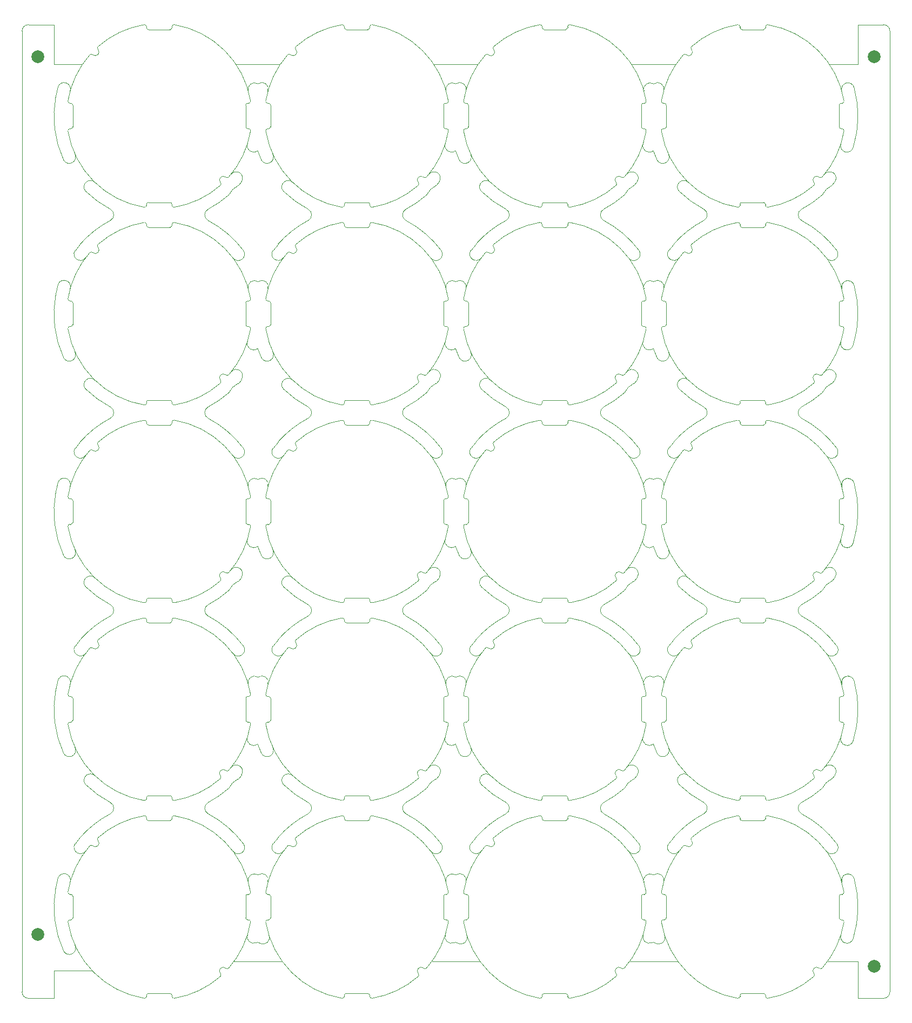
<source format=gko>
*
%FSLAX26Y26*%
%MOIN*%
%ADD10C,0.004000*%
%ADD11C,0.003937*%
%ADD12C,0.078740*%
%IPPOS*%
%LNpz02c05521a0.gko*%
%LPD*%
G75*
G54D10*
X1257858Y185475D02*
G03X1274888Y186205I8165J8530D01*
G03X1409788Y471025I-428428J377274D01*
X1409778Y471015D02*
G03X1398128Y484745I-11662J1912D01*
X1380368Y496555D02*
G03X1392178Y484745I11810J0D01*
Y642225D02*
G03X1380368Y630415I0J-11810D01*
X1398128Y642225D02*
G03X1409778Y655945I-2J11808D01*
X1409788D02*
G03X938918Y1126815I-563330J-92460D01*
Y1126805D02*
G03X925198Y1115155I-1907J-11658D01*
X913388Y1097395D02*
G03X925198Y1109205I0J11810D01*
X767718D02*
G03X779528Y1097395I11810J0D01*
X767718Y1115155D02*
G03X753988Y1126805I-11809J-1D01*
X753998Y1126815D02*
G03X469178Y991915I92456J-563332D01*
G03X468448Y974885I7810J-8865D01*
X435048Y941485D02*
G03X468448Y974885I16330J17070D01*
X435048Y941485D02*
G03X418028Y940755I-8160J-8530D01*
G03X283128Y655945I428427J-377277D01*
G03X294778Y642225I11658J-1907D01*
X312538Y630415D02*
G03X300728Y642225I-11810J0D01*
Y484745D02*
G03X312538Y496555I0J11810D01*
X294778Y484745D02*
G03X283128Y471015I1J-11809D01*
Y471025D02*
G03X753998Y155I563330J92460D01*
X753988D02*
G03X767718Y11805I1912J11662D01*
X779528Y29565D02*
G03X767718Y17755I0J-11810D01*
X925198D02*
G03X913388Y29565I-11810J0D01*
X925198Y11805D02*
G03X938918Y155I11808J2D01*
G03X1223728Y135055I-92467J563327D01*
G03X1224458Y152075I-7810J8861D01*
X1257858Y185475D02*
G03X1224458Y152075I-16330J-17070D01*
X1392178Y484745D02*
G01X1398128D01*
X1380368Y496555D02*
Y630415D01*
X1392178Y642225D02*
X1398128D01*
X925198Y1109205D02*
Y1115155D01*
X779528Y1097395D02*
X913388D01*
X767718Y1109205D02*
Y1115155D01*
X294778Y642225D02*
X300728D01*
X312538Y496555D02*
Y630415D01*
X294778Y484745D02*
X300728D01*
X767718Y11805D02*
Y17755D01*
X779528Y29565D02*
X913388D01*
X925198Y11805D02*
Y17755D01*
X1257858Y1405948D02*
G03X1274888Y1406678I8165J8530D01*
G03X1409788Y1691498I-428428J377274D01*
X1409778Y1691488D02*
G03X1398128Y1705218I-11662J1912D01*
X1380368Y1717028D02*
G03X1392178Y1705218I11810J0D01*
Y1862698D02*
G03X1380368Y1850888I0J-11810D01*
X1398128Y1862698D02*
G03X1409778Y1876418I-2J11808D01*
X1409788D02*
G03X938918Y2347288I-563330J-92460D01*
Y2347278D02*
G03X925198Y2335628I-1907J-11658D01*
X913388Y2317868D02*
G03X925198Y2329678I0J11810D01*
X767718D02*
G03X779528Y2317868I11810J0D01*
X767718Y2335628D02*
G03X753988Y2347278I-11809J-1D01*
X753998Y2347288D02*
G03X469178Y2212388I92456J-563332D01*
G03X468448Y2195358I7810J-8865D01*
X435048Y2161958D02*
G03X468448Y2195358I16330J17070D01*
X435048Y2161958D02*
G03X418028Y2161228I-8160J-8530D01*
G03X283128Y1876418I428427J-377277D01*
G03X294778Y1862698I11658J-1907D01*
X312538Y1850888D02*
G03X300728Y1862698I-11810J0D01*
Y1705218D02*
G03X312538Y1717028I0J11810D01*
X294778Y1705218D02*
G03X283128Y1691488I1J-11809D01*
Y1691498D02*
G03X753998Y1220628I563330J92460D01*
X753988D02*
G03X767718Y1232278I1912J11662D01*
X779528Y1250038D02*
G03X767718Y1238228I0J-11810D01*
X925198D02*
G03X913388Y1250038I-11810J0D01*
X925198Y1232278D02*
G03X938918Y1220628I11808J2D01*
G03X1223728Y1355528I-92467J563327D01*
G03X1224458Y1372548I-7810J8861D01*
X1257858Y1405948D02*
G03X1224458Y1372548I-16330J-17070D01*
X1392178Y1705218D02*
G01X1398128D01*
X1380368Y1717028D02*
Y1850888D01*
X1392178Y1862698D02*
X1398128D01*
X925198Y2329678D02*
Y2335628D01*
X779528Y2317868D02*
X913388D01*
X767718Y2329678D02*
Y2335628D01*
X294778Y1862698D02*
X300728D01*
X312538Y1717028D02*
Y1850888D01*
X294778Y1705218D02*
X300728D01*
X767718Y1232278D02*
Y1238228D01*
X779528Y1250038D02*
X913388D01*
X925198Y1232278D02*
Y1238228D01*
X1257858Y2626420D02*
G03X1274888Y2627150I8165J8530D01*
G03X1409788Y2911970I-428428J377274D01*
X1409778Y2911960D02*
G03X1398128Y2925690I-11662J1912D01*
X1380368Y2937500D02*
G03X1392178Y2925690I11810J0D01*
Y3083170D02*
G03X1380368Y3071360I0J-11810D01*
X1398128Y3083170D02*
G03X1409778Y3096890I-2J11808D01*
X1409788D02*
G03X938918Y3567760I-563330J-92460D01*
Y3567750D02*
G03X925198Y3556100I-1907J-11658D01*
X913388Y3538340D02*
G03X925198Y3550150I0J11810D01*
X767718D02*
G03X779528Y3538340I11810J0D01*
X767718Y3556100D02*
G03X753988Y3567750I-11809J-1D01*
X753998Y3567760D02*
G03X469178Y3432860I92456J-563332D01*
G03X468448Y3415830I7810J-8865D01*
X435048Y3382430D02*
G03X468448Y3415830I16330J17070D01*
X435048Y3382430D02*
G03X418028Y3381700I-8160J-8530D01*
G03X283128Y3096890I428427J-377277D01*
G03X294778Y3083170I11658J-1907D01*
X312538Y3071360D02*
G03X300728Y3083170I-11810J0D01*
Y2925690D02*
G03X312538Y2937500I0J11810D01*
X294778Y2925690D02*
G03X283128Y2911960I1J-11809D01*
Y2911970D02*
G03X753998Y2441100I563330J92460D01*
X753988D02*
G03X767718Y2452750I1912J11662D01*
X779528Y2470510D02*
G03X767718Y2458700I0J-11810D01*
X925198D02*
G03X913388Y2470510I-11810J0D01*
X925198Y2452750D02*
G03X938918Y2441100I11808J2D01*
G03X1223728Y2576000I-92467J563327D01*
G03X1224458Y2593020I-7810J8861D01*
X1257858Y2626420D02*
G03X1224458Y2593020I-16330J-17070D01*
X1392178Y2925690D02*
G01X1398128D01*
X1380368Y2937500D02*
Y3071360D01*
X1392178Y3083170D02*
X1398128D01*
X925198Y3550150D02*
Y3556100D01*
X779528Y3538340D02*
X913388D01*
X767718Y3550150D02*
Y3556100D01*
X294778Y3083170D02*
X300728D01*
X312538Y2937500D02*
Y3071360D01*
X294778Y2925690D02*
X300728D01*
X767718Y2452750D02*
Y2458700D01*
X779528Y2470510D02*
X913388D01*
X925198Y2452750D02*
Y2458700D01*
X1257858Y3846893D02*
G03X1274888Y3847623I8165J8530D01*
G03X1409788Y4132443I-428428J377274D01*
X1409778Y4132433D02*
G03X1398128Y4146163I-11662J1912D01*
X1380368Y4157973D02*
G03X1392178Y4146163I11810J0D01*
Y4303643D02*
G03X1380368Y4291833I0J-11810D01*
X1398128Y4303643D02*
G03X1409778Y4317363I-2J11808D01*
X1409788D02*
G03X938918Y4788233I-563330J-92460D01*
Y4788223D02*
G03X925198Y4776573I-1907J-11658D01*
X913388Y4758813D02*
G03X925198Y4770623I0J11810D01*
X767718D02*
G03X779528Y4758813I11810J0D01*
X767718Y4776573D02*
G03X753988Y4788223I-11809J-1D01*
X753998Y4788233D02*
G03X469178Y4653333I92456J-563332D01*
G03X468448Y4636303I7810J-8865D01*
X435048Y4602903D02*
G03X468448Y4636303I16330J17070D01*
X435048Y4602903D02*
G03X418028Y4602173I-8160J-8530D01*
G03X283128Y4317363I428427J-377277D01*
G03X294778Y4303643I11658J-1907D01*
X312538Y4291833D02*
G03X300728Y4303643I-11810J0D01*
Y4146163D02*
G03X312538Y4157973I0J11810D01*
X294778Y4146163D02*
G03X283128Y4132433I1J-11809D01*
Y4132443D02*
G03X753998Y3661573I563330J92460D01*
X753988D02*
G03X767718Y3673223I1912J11662D01*
X779528Y3690983D02*
G03X767718Y3679173I0J-11810D01*
X925198D02*
G03X913388Y3690983I-11810J0D01*
X925198Y3673223D02*
G03X938918Y3661573I11808J2D01*
G03X1223728Y3796473I-92467J563327D01*
G03X1224458Y3813493I-7810J8861D01*
X1257858Y3846893D02*
G03X1224458Y3813493I-16330J-17070D01*
X1392178Y4146163D02*
G01X1398128D01*
X1380368Y4157973D02*
Y4291833D01*
X1392178Y4303643D02*
X1398128D01*
X925198Y4770623D02*
Y4776573D01*
X779528Y4758813D02*
X913388D01*
X767718Y4770623D02*
Y4776573D01*
X294778Y4303643D02*
X300728D01*
X312538Y4157973D02*
Y4291833D01*
X294778Y4146163D02*
X300728D01*
X767718Y3673223D02*
Y3679173D01*
X779528Y3690983D02*
X913388D01*
X925198Y3673223D02*
Y3679173D01*
X1257858Y5067365D02*
G03X1274888Y5068095I8165J8530D01*
G03X1409788Y5352915I-428428J377274D01*
X1409778Y5352905D02*
G03X1398128Y5366635I-11662J1912D01*
X1380368Y5378445D02*
G03X1392178Y5366635I11810J0D01*
Y5524115D02*
G03X1380368Y5512305I0J-11810D01*
X1398128Y5524115D02*
G03X1409778Y5537835I-2J11808D01*
X1409788D02*
G03X938918Y6008705I-563330J-92460D01*
Y6008695D02*
G03X925198Y5997045I-1907J-11658D01*
X913388Y5979285D02*
G03X925198Y5991095I0J11810D01*
X767718D02*
G03X779528Y5979285I11810J0D01*
X767718Y5997045D02*
G03X753988Y6008695I-11809J-1D01*
X753998Y6008705D02*
G03X469178Y5873805I92456J-563332D01*
G03X468448Y5856775I7810J-8865D01*
X435048Y5823375D02*
G03X468448Y5856775I16330J17070D01*
X435048Y5823375D02*
G03X418028Y5822645I-8160J-8530D01*
G03X283128Y5537835I428427J-377277D01*
G03X294778Y5524115I11658J-1907D01*
X312538Y5512305D02*
G03X300728Y5524115I-11810J0D01*
Y5366635D02*
G03X312538Y5378445I0J11810D01*
X294778Y5366635D02*
G03X283128Y5352905I1J-11809D01*
Y5352915D02*
G03X753998Y4882045I563330J92460D01*
X753988D02*
G03X767718Y4893695I1912J11662D01*
X779528Y4911455D02*
G03X767718Y4899645I0J-11810D01*
X925198D02*
G03X913388Y4911455I-11810J0D01*
X925198Y4893695D02*
G03X938918Y4882045I11808J2D01*
G03X1223728Y5016945I-92467J563327D01*
G03X1224458Y5033965I-7810J8861D01*
X1257858Y5067365D02*
G03X1224458Y5033965I-16330J-17070D01*
X1392178Y5366635D02*
G01X1398128D01*
X1380368Y5378445D02*
Y5512305D01*
X1392178Y5524115D02*
X1398128D01*
X925198Y5991095D02*
Y5997045D01*
X779528Y5979285D02*
X913388D01*
X767718Y5991095D02*
Y5997045D01*
X294778Y5524115D02*
X300728D01*
X312538Y5378445D02*
Y5512305D01*
X294778Y5366635D02*
X300728D01*
X767718Y4893695D02*
Y4899645D01*
X779528Y4911455D02*
X913388D01*
X925198Y4893695D02*
Y4899645D01*
X2478330Y185475D02*
G03X2495360Y186205I8165J8530D01*
G03X2630260Y471025I-428428J377274D01*
X2630250Y471015D02*
G03X2618600Y484745I-11662J1912D01*
X2600840Y496555D02*
G03X2612650Y484745I11810J0D01*
Y642225D02*
G03X2600840Y630415I0J-11810D01*
X2618600Y642225D02*
G03X2630250Y655945I-2J11808D01*
X2630260D02*
G03X2159390Y1126815I-563330J-92460D01*
Y1126805D02*
G03X2145670Y1115155I-1907J-11658D01*
X2133860Y1097395D02*
G03X2145670Y1109205I0J11810D01*
X1988190D02*
G03X2000000Y1097395I11810J0D01*
X1988190Y1115155D02*
G03X1974460Y1126805I-11809J-1D01*
X1974470Y1126815D02*
G03X1689650Y991915I92456J-563332D01*
G03X1688920Y974885I7810J-8865D01*
X1655520Y941485D02*
G03X1688920Y974885I16330J17070D01*
X1655520Y941485D02*
G03X1638500Y940755I-8160J-8530D01*
G03X1503600Y655945I428427J-377277D01*
G03X1515250Y642225I11658J-1907D01*
X1533010Y630415D02*
G03X1521200Y642225I-11810J0D01*
Y484745D02*
G03X1533010Y496555I0J11810D01*
X1515250Y484745D02*
G03X1503600Y471015I1J-11809D01*
Y471025D02*
G03X1974470Y155I563330J92460D01*
X1974460D02*
G03X1988190Y11805I1912J11662D01*
X2000000Y29565D02*
G03X1988190Y17755I0J-11810D01*
X2145670D02*
G03X2133860Y29565I-11810J0D01*
X2145670Y11805D02*
G03X2159390Y155I11808J2D01*
G03X2444200Y135055I-92467J563327D01*
G03X2444930Y152075I-7810J8861D01*
X2478330Y185475D02*
G03X2444930Y152075I-16330J-17070D01*
X2612650Y484745D02*
G01X2618600D01*
X2600840Y496555D02*
Y630415D01*
X2612650Y642225D02*
X2618600D01*
X2145670Y1109205D02*
Y1115155D01*
X2000000Y1097395D02*
X2133860D01*
X1988190Y1109205D02*
Y1115155D01*
X1515250Y642225D02*
X1521200D01*
X1533010Y496555D02*
Y630415D01*
X1515250Y484745D02*
X1521200D01*
X1988190Y11805D02*
Y17755D01*
X2000000Y29565D02*
X2133860D01*
X2145670Y11805D02*
Y17755D01*
X2478330Y1405948D02*
G03X2495360Y1406678I8165J8530D01*
G03X2630260Y1691498I-428428J377274D01*
X2630250Y1691488D02*
G03X2618600Y1705218I-11662J1912D01*
X2600840Y1717028D02*
G03X2612650Y1705218I11810J0D01*
Y1862698D02*
G03X2600840Y1850888I0J-11810D01*
X2618600Y1862698D02*
G03X2630250Y1876418I-2J11808D01*
X2630260D02*
G03X2159390Y2347288I-563330J-92460D01*
Y2347278D02*
G03X2145670Y2335628I-1907J-11658D01*
X2133860Y2317868D02*
G03X2145670Y2329678I0J11810D01*
X1988190D02*
G03X2000000Y2317868I11810J0D01*
X1988190Y2335628D02*
G03X1974460Y2347278I-11809J-1D01*
X1974470Y2347288D02*
G03X1689650Y2212388I92456J-563332D01*
G03X1688920Y2195358I7810J-8865D01*
X1655520Y2161958D02*
G03X1688920Y2195358I16330J17070D01*
X1655520Y2161958D02*
G03X1638500Y2161228I-8160J-8530D01*
G03X1503600Y1876418I428427J-377277D01*
G03X1515250Y1862698I11658J-1907D01*
X1533010Y1850888D02*
G03X1521200Y1862698I-11810J0D01*
Y1705218D02*
G03X1533010Y1717028I0J11810D01*
X1515250Y1705218D02*
G03X1503600Y1691488I1J-11809D01*
Y1691498D02*
G03X1974470Y1220628I563330J92460D01*
X1974460D02*
G03X1988190Y1232278I1912J11662D01*
X2000000Y1250038D02*
G03X1988190Y1238228I0J-11810D01*
X2145670D02*
G03X2133860Y1250038I-11810J0D01*
X2145670Y1232278D02*
G03X2159390Y1220628I11808J2D01*
G03X2444200Y1355528I-92467J563327D01*
G03X2444930Y1372548I-7810J8861D01*
X2478330Y1405948D02*
G03X2444930Y1372548I-16330J-17070D01*
X2612650Y1705218D02*
G01X2618600D01*
X2600840Y1717028D02*
Y1850888D01*
X2612650Y1862698D02*
X2618600D01*
X2145670Y2329678D02*
Y2335628D01*
X2000000Y2317868D02*
X2133860D01*
X1988190Y2329678D02*
Y2335628D01*
X1515250Y1862698D02*
X1521200D01*
X1533010Y1717028D02*
Y1850888D01*
X1515250Y1705218D02*
X1521200D01*
X1988190Y1232278D02*
Y1238228D01*
X2000000Y1250038D02*
X2133860D01*
X2145670Y1232278D02*
Y1238228D01*
X2478330Y2626420D02*
G03X2495360Y2627150I8165J8530D01*
G03X2630260Y2911970I-428428J377274D01*
X2630250Y2911960D02*
G03X2618600Y2925690I-11662J1912D01*
X2600840Y2937500D02*
G03X2612650Y2925690I11810J0D01*
Y3083170D02*
G03X2600840Y3071360I0J-11810D01*
X2618600Y3083170D02*
G03X2630250Y3096890I-2J11808D01*
X2630260D02*
G03X2159390Y3567760I-563330J-92460D01*
Y3567750D02*
G03X2145670Y3556100I-1907J-11658D01*
X2133860Y3538340D02*
G03X2145670Y3550150I0J11810D01*
X1988190D02*
G03X2000000Y3538340I11810J0D01*
X1988190Y3556100D02*
G03X1974460Y3567750I-11809J-1D01*
X1974470Y3567760D02*
G03X1689650Y3432860I92456J-563332D01*
G03X1688920Y3415830I7810J-8865D01*
X1655520Y3382430D02*
G03X1688920Y3415830I16330J17070D01*
X1655520Y3382430D02*
G03X1638500Y3381700I-8160J-8530D01*
G03X1503600Y3096890I428427J-377277D01*
G03X1515250Y3083170I11658J-1907D01*
X1533010Y3071360D02*
G03X1521200Y3083170I-11810J0D01*
Y2925690D02*
G03X1533010Y2937500I0J11810D01*
X1515250Y2925690D02*
G03X1503600Y2911960I1J-11809D01*
Y2911970D02*
G03X1974470Y2441100I563330J92460D01*
X1974460D02*
G03X1988190Y2452750I1912J11662D01*
X2000000Y2470510D02*
G03X1988190Y2458700I0J-11810D01*
X2145670D02*
G03X2133860Y2470510I-11810J0D01*
X2145670Y2452750D02*
G03X2159390Y2441100I11808J2D01*
G03X2444200Y2576000I-92467J563327D01*
G03X2444930Y2593020I-7810J8861D01*
X2478330Y2626420D02*
G03X2444930Y2593020I-16330J-17070D01*
X2612650Y2925690D02*
G01X2618600D01*
X2600840Y2937500D02*
Y3071360D01*
X2612650Y3083170D02*
X2618600D01*
X2145670Y3550150D02*
Y3556100D01*
X2000000Y3538340D02*
X2133860D01*
X1988190Y3550150D02*
Y3556100D01*
X1515250Y3083170D02*
X1521200D01*
X1533010Y2937500D02*
Y3071360D01*
X1515250Y2925690D02*
X1521200D01*
X1988190Y2452750D02*
Y2458700D01*
X2000000Y2470510D02*
X2133860D01*
X2145670Y2452750D02*
Y2458700D01*
X2478330Y3846893D02*
G03X2495360Y3847623I8165J8530D01*
G03X2630260Y4132443I-428428J377274D01*
X2630250Y4132433D02*
G03X2618600Y4146163I-11662J1912D01*
X2600840Y4157973D02*
G03X2612650Y4146163I11810J0D01*
Y4303643D02*
G03X2600840Y4291833I0J-11810D01*
X2618600Y4303643D02*
G03X2630250Y4317363I-2J11808D01*
X2630260D02*
G03X2159390Y4788233I-563330J-92460D01*
Y4788223D02*
G03X2145670Y4776573I-1907J-11658D01*
X2133860Y4758813D02*
G03X2145670Y4770623I0J11810D01*
X1988190D02*
G03X2000000Y4758813I11810J0D01*
X1988190Y4776573D02*
G03X1974460Y4788223I-11809J-1D01*
X1974470Y4788233D02*
G03X1689650Y4653333I92456J-563332D01*
G03X1688920Y4636303I7810J-8865D01*
X1655520Y4602903D02*
G03X1688920Y4636303I16330J17070D01*
X1655520Y4602903D02*
G03X1638500Y4602173I-8160J-8530D01*
G03X1503600Y4317363I428427J-377277D01*
G03X1515250Y4303643I11658J-1907D01*
X1533010Y4291833D02*
G03X1521200Y4303643I-11810J0D01*
Y4146163D02*
G03X1533010Y4157973I0J11810D01*
X1515250Y4146163D02*
G03X1503600Y4132433I1J-11809D01*
Y4132443D02*
G03X1974470Y3661573I563330J92460D01*
X1974460D02*
G03X1988190Y3673223I1912J11662D01*
X2000000Y3690983D02*
G03X1988190Y3679173I0J-11810D01*
X2145670D02*
G03X2133860Y3690983I-11810J0D01*
X2145670Y3673223D02*
G03X2159390Y3661573I11808J2D01*
G03X2444200Y3796473I-92467J563327D01*
G03X2444930Y3813493I-7810J8861D01*
X2478330Y3846893D02*
G03X2444930Y3813493I-16330J-17070D01*
X2612650Y4146163D02*
G01X2618600D01*
X2600840Y4157973D02*
Y4291833D01*
X2612650Y4303643D02*
X2618600D01*
X2145670Y4770623D02*
Y4776573D01*
X2000000Y4758813D02*
X2133860D01*
X1988190Y4770623D02*
Y4776573D01*
X1515250Y4303643D02*
X1521200D01*
X1533010Y4157973D02*
Y4291833D01*
X1515250Y4146163D02*
X1521200D01*
X1988190Y3673223D02*
Y3679173D01*
X2000000Y3690983D02*
X2133860D01*
X2145670Y3673223D02*
Y3679173D01*
X2478330Y5067365D02*
G03X2495360Y5068095I8165J8530D01*
G03X2630260Y5352915I-428428J377274D01*
X2630250Y5352905D02*
G03X2618600Y5366635I-11662J1912D01*
X2600840Y5378445D02*
G03X2612650Y5366635I11810J0D01*
Y5524115D02*
G03X2600840Y5512305I0J-11810D01*
X2618600Y5524115D02*
G03X2630250Y5537835I-2J11808D01*
X2630260D02*
G03X2159390Y6008705I-563330J-92460D01*
Y6008695D02*
G03X2145670Y5997045I-1907J-11658D01*
X2133860Y5979285D02*
G03X2145670Y5991095I0J11810D01*
X1988190D02*
G03X2000000Y5979285I11810J0D01*
X1988190Y5997045D02*
G03X1974460Y6008695I-11809J-1D01*
X1974470Y6008705D02*
G03X1689650Y5873805I92456J-563332D01*
G03X1688920Y5856775I7810J-8865D01*
X1655520Y5823375D02*
G03X1688920Y5856775I16330J17070D01*
X1655520Y5823375D02*
G03X1638500Y5822645I-8160J-8530D01*
G03X1503600Y5537835I428427J-377277D01*
G03X1515250Y5524115I11658J-1907D01*
X1533010Y5512305D02*
G03X1521200Y5524115I-11810J0D01*
Y5366635D02*
G03X1533010Y5378445I0J11810D01*
X1515250Y5366635D02*
G03X1503600Y5352905I1J-11809D01*
Y5352915D02*
G03X1974470Y4882045I563330J92460D01*
X1974460D02*
G03X1988190Y4893695I1912J11662D01*
X2000000Y4911455D02*
G03X1988190Y4899645I0J-11810D01*
X2145670D02*
G03X2133860Y4911455I-11810J0D01*
X2145670Y4893695D02*
G03X2159390Y4882045I11808J2D01*
G03X2444200Y5016945I-92467J563327D01*
G03X2444930Y5033965I-7810J8861D01*
X2478330Y5067365D02*
G03X2444930Y5033965I-16330J-17070D01*
X2612650Y5366635D02*
G01X2618600D01*
X2600840Y5378445D02*
Y5512305D01*
X2612650Y5524115D02*
X2618600D01*
X2145670Y5991095D02*
Y5997045D01*
X2000000Y5979285D02*
X2133860D01*
X1988190Y5991095D02*
Y5997045D01*
X1515250Y5524115D02*
X1521200D01*
X1533010Y5378445D02*
Y5512305D01*
X1515250Y5366635D02*
X1521200D01*
X1988190Y4893695D02*
Y4899645D01*
X2000000Y4911455D02*
X2133860D01*
X2145670Y4893695D02*
Y4899645D01*
X3698803Y185475D02*
G03X3715833Y186205I8165J8530D01*
G03X3850733Y471025I-428428J377274D01*
X3850723Y471015D02*
G03X3839073Y484745I-11662J1912D01*
X3821313Y496555D02*
G03X3833123Y484745I11810J0D01*
Y642225D02*
G03X3821313Y630415I0J-11810D01*
X3839073Y642225D02*
G03X3850723Y655945I-2J11808D01*
X3850733D02*
G03X3379863Y1126815I-563330J-92460D01*
Y1126805D02*
G03X3366143Y1115155I-1907J-11658D01*
X3354333Y1097395D02*
G03X3366143Y1109205I0J11810D01*
X3208663D02*
G03X3220473Y1097395I11810J0D01*
X3208663Y1115155D02*
G03X3194933Y1126805I-11809J-1D01*
X3194943Y1126815D02*
G03X2910123Y991915I92456J-563332D01*
G03X2909393Y974885I7810J-8865D01*
X2875993Y941485D02*
G03X2909393Y974885I16330J17070D01*
X2875993Y941485D02*
G03X2858973Y940755I-8160J-8530D01*
G03X2724073Y655945I428427J-377277D01*
G03X2735723Y642225I11658J-1907D01*
X2753483Y630415D02*
G03X2741673Y642225I-11810J0D01*
Y484745D02*
G03X2753483Y496555I0J11810D01*
X2735723Y484745D02*
G03X2724073Y471015I1J-11809D01*
Y471025D02*
G03X3194943Y155I563330J92460D01*
X3194933D02*
G03X3208663Y11805I1912J11662D01*
X3220473Y29565D02*
G03X3208663Y17755I0J-11810D01*
X3366143D02*
G03X3354333Y29565I-11810J0D01*
X3366143Y11805D02*
G03X3379863Y155I11808J2D01*
G03X3664673Y135055I-92467J563327D01*
G03X3665403Y152075I-7810J8861D01*
X3698803Y185475D02*
G03X3665403Y152075I-16330J-17070D01*
X3833123Y484745D02*
G01X3839073D01*
X3821313Y496555D02*
Y630415D01*
X3833123Y642225D02*
X3839073D01*
X3366143Y1109205D02*
Y1115155D01*
X3220473Y1097395D02*
X3354333D01*
X3208663Y1109205D02*
Y1115155D01*
X2735723Y642225D02*
X2741673D01*
X2753483Y496555D02*
Y630415D01*
X2735723Y484745D02*
X2741673D01*
X3208663Y11805D02*
Y17755D01*
X3220473Y29565D02*
X3354333D01*
X3366143Y11805D02*
Y17755D01*
X3698803Y1405948D02*
G03X3715833Y1406678I8165J8530D01*
G03X3850733Y1691498I-428428J377274D01*
X3850723Y1691488D02*
G03X3839073Y1705218I-11662J1912D01*
X3821313Y1717028D02*
G03X3833123Y1705218I11810J0D01*
Y1862698D02*
G03X3821313Y1850888I0J-11810D01*
X3839073Y1862698D02*
G03X3850723Y1876418I-2J11808D01*
X3850733D02*
G03X3379863Y2347288I-563330J-92460D01*
Y2347278D02*
G03X3366143Y2335628I-1907J-11658D01*
X3354333Y2317868D02*
G03X3366143Y2329678I0J11810D01*
X3208663D02*
G03X3220473Y2317868I11810J0D01*
X3208663Y2335628D02*
G03X3194933Y2347278I-11809J-1D01*
X3194943Y2347288D02*
G03X2910123Y2212388I92456J-563332D01*
G03X2909393Y2195358I7810J-8865D01*
X2875993Y2161958D02*
G03X2909393Y2195358I16330J17070D01*
X2875993Y2161958D02*
G03X2858973Y2161228I-8160J-8530D01*
G03X2724073Y1876418I428427J-377277D01*
G03X2735723Y1862698I11658J-1907D01*
X2753483Y1850888D02*
G03X2741673Y1862698I-11810J0D01*
Y1705218D02*
G03X2753483Y1717028I0J11810D01*
X2735723Y1705218D02*
G03X2724073Y1691488I1J-11809D01*
Y1691498D02*
G03X3194943Y1220628I563330J92460D01*
X3194933D02*
G03X3208663Y1232278I1912J11662D01*
X3220473Y1250038D02*
G03X3208663Y1238228I0J-11810D01*
X3366143D02*
G03X3354333Y1250038I-11810J0D01*
X3366143Y1232278D02*
G03X3379863Y1220628I11808J2D01*
G03X3664673Y1355528I-92467J563327D01*
G03X3665403Y1372548I-7810J8861D01*
X3698803Y1405948D02*
G03X3665403Y1372548I-16330J-17070D01*
X3833123Y1705218D02*
G01X3839073D01*
X3821313Y1717028D02*
Y1850888D01*
X3833123Y1862698D02*
X3839073D01*
X3366143Y2329678D02*
Y2335628D01*
X3220473Y2317868D02*
X3354333D01*
X3208663Y2329678D02*
Y2335628D01*
X2735723Y1862698D02*
X2741673D01*
X2753483Y1717028D02*
Y1850888D01*
X2735723Y1705218D02*
X2741673D01*
X3208663Y1232278D02*
Y1238228D01*
X3220473Y1250038D02*
X3354333D01*
X3366143Y1232278D02*
Y1238228D01*
X3698803Y2626420D02*
G03X3715833Y2627150I8165J8530D01*
G03X3850733Y2911970I-428428J377274D01*
X3850723Y2911960D02*
G03X3839073Y2925690I-11662J1912D01*
X3821313Y2937500D02*
G03X3833123Y2925690I11810J0D01*
Y3083170D02*
G03X3821313Y3071360I0J-11810D01*
X3839073Y3083170D02*
G03X3850723Y3096890I-2J11808D01*
X3850733D02*
G03X3379863Y3567760I-563330J-92460D01*
Y3567750D02*
G03X3366143Y3556100I-1907J-11658D01*
X3354333Y3538340D02*
G03X3366143Y3550150I0J11810D01*
X3208663D02*
G03X3220473Y3538340I11810J0D01*
X3208663Y3556100D02*
G03X3194933Y3567750I-11809J-1D01*
X3194943Y3567760D02*
G03X2910123Y3432860I92456J-563332D01*
G03X2909393Y3415830I7810J-8865D01*
X2875993Y3382430D02*
G03X2909393Y3415830I16330J17070D01*
X2875993Y3382430D02*
G03X2858973Y3381700I-8160J-8530D01*
G03X2724073Y3096890I428427J-377277D01*
G03X2735723Y3083170I11658J-1907D01*
X2753483Y3071360D02*
G03X2741673Y3083170I-11810J0D01*
Y2925690D02*
G03X2753483Y2937500I0J11810D01*
X2735723Y2925690D02*
G03X2724073Y2911960I1J-11809D01*
Y2911970D02*
G03X3194943Y2441100I563330J92460D01*
X3194933D02*
G03X3208663Y2452750I1912J11662D01*
X3220473Y2470510D02*
G03X3208663Y2458700I0J-11810D01*
X3366143D02*
G03X3354333Y2470510I-11810J0D01*
X3366143Y2452750D02*
G03X3379863Y2441100I11808J2D01*
G03X3664673Y2576000I-92467J563327D01*
G03X3665403Y2593020I-7810J8861D01*
X3698803Y2626420D02*
G03X3665403Y2593020I-16330J-17070D01*
X3833123Y2925690D02*
G01X3839073D01*
X3821313Y2937500D02*
Y3071360D01*
X3833123Y3083170D02*
X3839073D01*
X3366143Y3550150D02*
Y3556100D01*
X3220473Y3538340D02*
X3354333D01*
X3208663Y3550150D02*
Y3556100D01*
X2735723Y3083170D02*
X2741673D01*
X2753483Y2937500D02*
Y3071360D01*
X2735723Y2925690D02*
X2741673D01*
X3208663Y2452750D02*
Y2458700D01*
X3220473Y2470510D02*
X3354333D01*
X3366143Y2452750D02*
Y2458700D01*
X3698803Y3846893D02*
G03X3715833Y3847623I8165J8530D01*
G03X3850733Y4132443I-428428J377274D01*
X3850723Y4132433D02*
G03X3839073Y4146163I-11662J1912D01*
X3821313Y4157973D02*
G03X3833123Y4146163I11810J0D01*
Y4303643D02*
G03X3821313Y4291833I0J-11810D01*
X3839073Y4303643D02*
G03X3850723Y4317363I-2J11808D01*
X3850733D02*
G03X3379863Y4788233I-563330J-92460D01*
Y4788223D02*
G03X3366143Y4776573I-1907J-11658D01*
X3354333Y4758813D02*
G03X3366143Y4770623I0J11810D01*
X3208663D02*
G03X3220473Y4758813I11810J0D01*
X3208663Y4776573D02*
G03X3194933Y4788223I-11809J-1D01*
X3194943Y4788233D02*
G03X2910123Y4653333I92456J-563332D01*
G03X2909393Y4636303I7810J-8865D01*
X2875993Y4602903D02*
G03X2909393Y4636303I16330J17070D01*
X2875993Y4602903D02*
G03X2858973Y4602173I-8160J-8530D01*
G03X2724073Y4317363I428427J-377277D01*
G03X2735723Y4303643I11658J-1907D01*
X2753483Y4291833D02*
G03X2741673Y4303643I-11810J0D01*
Y4146163D02*
G03X2753483Y4157973I0J11810D01*
X2735723Y4146163D02*
G03X2724073Y4132433I1J-11809D01*
Y4132443D02*
G03X3194943Y3661573I563330J92460D01*
X3194933D02*
G03X3208663Y3673223I1912J11662D01*
X3220473Y3690983D02*
G03X3208663Y3679173I0J-11810D01*
X3366143D02*
G03X3354333Y3690983I-11810J0D01*
X3366143Y3673223D02*
G03X3379863Y3661573I11808J2D01*
G03X3664673Y3796473I-92467J563327D01*
G03X3665403Y3813493I-7810J8861D01*
X3698803Y3846893D02*
G03X3665403Y3813493I-16330J-17070D01*
X3833123Y4146163D02*
G01X3839073D01*
X3821313Y4157973D02*
Y4291833D01*
X3833123Y4303643D02*
X3839073D01*
X3366143Y4770623D02*
Y4776573D01*
X3220473Y4758813D02*
X3354333D01*
X3208663Y4770623D02*
Y4776573D01*
X2735723Y4303643D02*
X2741673D01*
X2753483Y4157973D02*
Y4291833D01*
X2735723Y4146163D02*
X2741673D01*
X3208663Y3673223D02*
Y3679173D01*
X3220473Y3690983D02*
X3354333D01*
X3366143Y3673223D02*
Y3679173D01*
X3698803Y5067365D02*
G03X3715833Y5068095I8165J8530D01*
G03X3850733Y5352915I-428428J377274D01*
X3850723Y5352905D02*
G03X3839073Y5366635I-11662J1912D01*
X3821313Y5378445D02*
G03X3833123Y5366635I11810J0D01*
Y5524115D02*
G03X3821313Y5512305I0J-11810D01*
X3839073Y5524115D02*
G03X3850723Y5537835I-2J11808D01*
X3850733D02*
G03X3379863Y6008705I-563330J-92460D01*
Y6008695D02*
G03X3366143Y5997045I-1907J-11658D01*
X3354333Y5979285D02*
G03X3366143Y5991095I0J11810D01*
X3208663D02*
G03X3220473Y5979285I11810J0D01*
X3208663Y5997045D02*
G03X3194933Y6008695I-11809J-1D01*
X3194943Y6008705D02*
G03X2910123Y5873805I92456J-563332D01*
G03X2909393Y5856775I7810J-8865D01*
X2875993Y5823375D02*
G03X2909393Y5856775I16330J17070D01*
X2875993Y5823375D02*
G03X2858973Y5822645I-8160J-8530D01*
G03X2724073Y5537835I428427J-377277D01*
G03X2735723Y5524115I11658J-1907D01*
X2753483Y5512305D02*
G03X2741673Y5524115I-11810J0D01*
Y5366635D02*
G03X2753483Y5378445I0J11810D01*
X2735723Y5366635D02*
G03X2724073Y5352905I1J-11809D01*
Y5352915D02*
G03X3194943Y4882045I563330J92460D01*
X3194933D02*
G03X3208663Y4893695I1912J11662D01*
X3220473Y4911455D02*
G03X3208663Y4899645I0J-11810D01*
X3366143D02*
G03X3354333Y4911455I-11810J0D01*
X3366143Y4893695D02*
G03X3379863Y4882045I11808J2D01*
G03X3664673Y5016945I-92467J563327D01*
G03X3665403Y5033965I-7810J8861D01*
X3698803Y5067365D02*
G03X3665403Y5033965I-16330J-17070D01*
X3833123Y5366635D02*
G01X3839073D01*
X3821313Y5378445D02*
Y5512305D01*
X3833123Y5524115D02*
X3839073D01*
X3366143Y5991095D02*
Y5997045D01*
X3220473Y5979285D02*
X3354333D01*
X3208663Y5991095D02*
Y5997045D01*
X2735723Y5524115D02*
X2741673D01*
X2753483Y5378445D02*
Y5512305D01*
X2735723Y5366635D02*
X2741673D01*
X3208663Y4893695D02*
Y4899645D01*
X3220473Y4911455D02*
X3354333D01*
X3366143Y4893695D02*
Y4899645D01*
X4919275Y185475D02*
G03X4936305Y186205I8165J8530D01*
G03X5071205Y471025I-428428J377274D01*
X5071195Y471015D02*
G03X5059545Y484745I-11662J1912D01*
X5041785Y496555D02*
G03X5053595Y484745I11810J0D01*
Y642225D02*
G03X5041785Y630415I0J-11810D01*
X5059545Y642225D02*
G03X5071195Y655945I-2J11808D01*
X5071205D02*
G03X4600335Y1126815I-563330J-92460D01*
Y1126805D02*
G03X4586615Y1115155I-1907J-11658D01*
X4574805Y1097395D02*
G03X4586615Y1109205I0J11810D01*
X4429135D02*
G03X4440945Y1097395I11810J0D01*
X4429135Y1115155D02*
G03X4415405Y1126805I-11809J-1D01*
X4415415Y1126815D02*
G03X4130595Y991915I92456J-563332D01*
G03X4129865Y974885I7810J-8865D01*
X4096465Y941485D02*
G03X4129865Y974885I16330J17070D01*
X4096465Y941485D02*
G03X4079445Y940755I-8160J-8530D01*
G03X3944545Y655945I428427J-377277D01*
G03X3956195Y642225I11658J-1907D01*
X3973955Y630415D02*
G03X3962145Y642225I-11810J0D01*
Y484745D02*
G03X3973955Y496555I0J11810D01*
X3956195Y484745D02*
G03X3944545Y471015I1J-11809D01*
Y471025D02*
G03X4415415Y155I563330J92460D01*
X4415405D02*
G03X4429135Y11805I1912J11662D01*
X4440945Y29565D02*
G03X4429135Y17755I0J-11810D01*
X4586615D02*
G03X4574805Y29565I-11810J0D01*
X4586615Y11805D02*
G03X4600335Y155I11808J2D01*
G03X4885145Y135055I-92467J563327D01*
G03X4885875Y152075I-7810J8861D01*
X4919275Y185475D02*
G03X4885875Y152075I-16330J-17070D01*
X5053595Y484745D02*
G01X5059545D01*
X5041785Y496555D02*
Y630415D01*
X5053595Y642225D02*
X5059545D01*
X4586615Y1109205D02*
Y1115155D01*
X4440945Y1097395D02*
X4574805D01*
X4429135Y1109205D02*
Y1115155D01*
X3956195Y642225D02*
X3962145D01*
X3973955Y496555D02*
Y630415D01*
X3956195Y484745D02*
X3962145D01*
X4429135Y11805D02*
Y17755D01*
X4440945Y29565D02*
X4574805D01*
X4586615Y11805D02*
Y17755D01*
X4919275Y1405948D02*
G03X4936305Y1406678I8165J8530D01*
G03X5071205Y1691498I-428428J377274D01*
X5071195Y1691488D02*
G03X5059545Y1705218I-11662J1912D01*
X5041785Y1717028D02*
G03X5053595Y1705218I11810J0D01*
Y1862698D02*
G03X5041785Y1850888I0J-11810D01*
X5059545Y1862698D02*
G03X5071195Y1876418I-2J11808D01*
X5071205D02*
G03X4600335Y2347288I-563330J-92460D01*
Y2347278D02*
G03X4586615Y2335628I-1907J-11658D01*
X4574805Y2317868D02*
G03X4586615Y2329678I0J11810D01*
X4429135D02*
G03X4440945Y2317868I11810J0D01*
X4429135Y2335628D02*
G03X4415405Y2347278I-11809J-1D01*
X4415415Y2347288D02*
G03X4130595Y2212388I92456J-563332D01*
G03X4129865Y2195358I7810J-8865D01*
X4096465Y2161958D02*
G03X4129865Y2195358I16330J17070D01*
X4096465Y2161958D02*
G03X4079445Y2161228I-8160J-8530D01*
G03X3944545Y1876418I428427J-377277D01*
G03X3956195Y1862698I11658J-1907D01*
X3973955Y1850888D02*
G03X3962145Y1862698I-11810J0D01*
Y1705218D02*
G03X3973955Y1717028I0J11810D01*
X3956195Y1705218D02*
G03X3944545Y1691488I1J-11809D01*
Y1691498D02*
G03X4415415Y1220628I563330J92460D01*
X4415405D02*
G03X4429135Y1232278I1912J11662D01*
X4440945Y1250038D02*
G03X4429135Y1238228I0J-11810D01*
X4586615D02*
G03X4574805Y1250038I-11810J0D01*
X4586615Y1232278D02*
G03X4600335Y1220628I11808J2D01*
G03X4885145Y1355528I-92467J563327D01*
G03X4885875Y1372548I-7810J8861D01*
X4919275Y1405948D02*
G03X4885875Y1372548I-16330J-17070D01*
X5053595Y1705218D02*
G01X5059545D01*
X5041785Y1717028D02*
Y1850888D01*
X5053595Y1862698D02*
X5059545D01*
X4586615Y2329678D02*
Y2335628D01*
X4440945Y2317868D02*
X4574805D01*
X4429135Y2329678D02*
Y2335628D01*
X3956195Y1862698D02*
X3962145D01*
X3973955Y1717028D02*
Y1850888D01*
X3956195Y1705218D02*
X3962145D01*
X4429135Y1232278D02*
Y1238228D01*
X4440945Y1250038D02*
X4574805D01*
X4586615Y1232278D02*
Y1238228D01*
X4919275Y2626420D02*
G03X4936305Y2627150I8165J8530D01*
G03X5071205Y2911970I-428428J377274D01*
X5071195Y2911960D02*
G03X5059545Y2925690I-11662J1912D01*
X5041785Y2937500D02*
G03X5053595Y2925690I11810J0D01*
Y3083170D02*
G03X5041785Y3071360I0J-11810D01*
X5059545Y3083170D02*
G03X5071195Y3096890I-2J11808D01*
X5071205D02*
G03X4600335Y3567760I-563330J-92460D01*
Y3567750D02*
G03X4586615Y3556100I-1907J-11658D01*
X4574805Y3538340D02*
G03X4586615Y3550150I0J11810D01*
X4429135D02*
G03X4440945Y3538340I11810J0D01*
X4429135Y3556100D02*
G03X4415405Y3567750I-11809J-1D01*
X4415415Y3567760D02*
G03X4130595Y3432860I92456J-563332D01*
G03X4129865Y3415830I7810J-8865D01*
X4096465Y3382430D02*
G03X4129865Y3415830I16330J17070D01*
X4096465Y3382430D02*
G03X4079445Y3381700I-8160J-8530D01*
G03X3944545Y3096890I428427J-377277D01*
G03X3956195Y3083170I11658J-1907D01*
X3973955Y3071360D02*
G03X3962145Y3083170I-11810J0D01*
Y2925690D02*
G03X3973955Y2937500I0J11810D01*
X3956195Y2925690D02*
G03X3944545Y2911960I1J-11809D01*
Y2911970D02*
G03X4415415Y2441100I563330J92460D01*
X4415405D02*
G03X4429135Y2452750I1912J11662D01*
X4440945Y2470510D02*
G03X4429135Y2458700I0J-11810D01*
X4586615D02*
G03X4574805Y2470510I-11810J0D01*
X4586615Y2452750D02*
G03X4600335Y2441100I11808J2D01*
G03X4885145Y2576000I-92467J563327D01*
G03X4885875Y2593020I-7810J8861D01*
X4919275Y2626420D02*
G03X4885875Y2593020I-16330J-17070D01*
X5053595Y2925690D02*
G01X5059545D01*
X5041785Y2937500D02*
Y3071360D01*
X5053595Y3083170D02*
X5059545D01*
X4586615Y3550150D02*
Y3556100D01*
X4440945Y3538340D02*
X4574805D01*
X4429135Y3550150D02*
Y3556100D01*
X3956195Y3083170D02*
X3962145D01*
X3973955Y2937500D02*
Y3071360D01*
X3956195Y2925690D02*
X3962145D01*
X4429135Y2452750D02*
Y2458700D01*
X4440945Y2470510D02*
X4574805D01*
X4586615Y2452750D02*
Y2458700D01*
X4919275Y3846893D02*
G03X4936305Y3847623I8165J8530D01*
G03X5071205Y4132443I-428428J377274D01*
X5071195Y4132433D02*
G03X5059545Y4146163I-11662J1912D01*
X5041785Y4157973D02*
G03X5053595Y4146163I11810J0D01*
Y4303643D02*
G03X5041785Y4291833I0J-11810D01*
X5059545Y4303643D02*
G03X5071195Y4317363I-2J11808D01*
X5071205D02*
G03X4600335Y4788233I-563330J-92460D01*
Y4788223D02*
G03X4586615Y4776573I-1907J-11658D01*
X4574805Y4758813D02*
G03X4586615Y4770623I0J11810D01*
X4429135D02*
G03X4440945Y4758813I11810J0D01*
X4429135Y4776573D02*
G03X4415405Y4788223I-11809J-1D01*
X4415415Y4788233D02*
G03X4130595Y4653333I92456J-563332D01*
G03X4129865Y4636303I7810J-8865D01*
X4096465Y4602903D02*
G03X4129865Y4636303I16330J17070D01*
X4096465Y4602903D02*
G03X4079445Y4602173I-8160J-8530D01*
G03X3944545Y4317363I428427J-377277D01*
G03X3956195Y4303643I11658J-1907D01*
X3973955Y4291833D02*
G03X3962145Y4303643I-11810J0D01*
Y4146163D02*
G03X3973955Y4157973I0J11810D01*
X3956195Y4146163D02*
G03X3944545Y4132433I1J-11809D01*
Y4132443D02*
G03X4415415Y3661573I563330J92460D01*
X4415405D02*
G03X4429135Y3673223I1912J11662D01*
X4440945Y3690983D02*
G03X4429135Y3679173I0J-11810D01*
X4586615D02*
G03X4574805Y3690983I-11810J0D01*
X4586615Y3673223D02*
G03X4600335Y3661573I11808J2D01*
G03X4885145Y3796473I-92467J563327D01*
G03X4885875Y3813493I-7810J8861D01*
X4919275Y3846893D02*
G03X4885875Y3813493I-16330J-17070D01*
X5053595Y4146163D02*
G01X5059545D01*
X5041785Y4157973D02*
Y4291833D01*
X5053595Y4303643D02*
X5059545D01*
X4586615Y4770623D02*
Y4776573D01*
X4440945Y4758813D02*
X4574805D01*
X4429135Y4770623D02*
Y4776573D01*
X3956195Y4303643D02*
X3962145D01*
X3973955Y4157973D02*
Y4291833D01*
X3956195Y4146163D02*
X3962145D01*
X4429135Y3673223D02*
Y3679173D01*
X4440945Y3690983D02*
X4574805D01*
X4586615Y3673223D02*
Y3679173D01*
X4919275Y5067365D02*
G03X4936305Y5068095I8165J8530D01*
G03X5071205Y5352915I-428428J377274D01*
X5071195Y5352905D02*
G03X5059545Y5366635I-11662J1912D01*
X5041785Y5378445D02*
G03X5053595Y5366635I11810J0D01*
Y5524115D02*
G03X5041785Y5512305I0J-11810D01*
X5059545Y5524115D02*
G03X5071195Y5537835I-2J11808D01*
X5071205D02*
G03X4600335Y6008705I-563330J-92460D01*
Y6008695D02*
G03X4586615Y5997045I-1907J-11658D01*
X4574805Y5979285D02*
G03X4586615Y5991095I0J11810D01*
X4429135D02*
G03X4440945Y5979285I11810J0D01*
X4429135Y5997045D02*
G03X4415405Y6008695I-11809J-1D01*
X4415415Y6008705D02*
G03X4130595Y5873805I92456J-563332D01*
G03X4129865Y5856775I7810J-8865D01*
X4096465Y5823375D02*
G03X4129865Y5856775I16330J17070D01*
X4096465Y5823375D02*
G03X4079445Y5822645I-8160J-8530D01*
G03X3944545Y5537835I428427J-377277D01*
G03X3956195Y5524115I11658J-1907D01*
X3973955Y5512305D02*
G03X3962145Y5524115I-11810J0D01*
Y5366635D02*
G03X3973955Y5378445I0J11810D01*
X3956195Y5366635D02*
G03X3944545Y5352905I1J-11809D01*
Y5352915D02*
G03X4415415Y4882045I563330J92460D01*
X4415405D02*
G03X4429135Y4893695I1912J11662D01*
X4440945Y4911455D02*
G03X4429135Y4899645I0J-11810D01*
X4586615D02*
G03X4574805Y4911455I-11810J0D01*
X4586615Y4893695D02*
G03X4600335Y4882045I11808J2D01*
G03X4885145Y5016945I-92467J563327D01*
G03X4885875Y5033965I-7810J8861D01*
X4919275Y5067365D02*
G03X4885875Y5033965I-16330J-17070D01*
X5053595Y5366635D02*
G01X5059545D01*
X5041785Y5378445D02*
Y5512305D01*
X5053595Y5524115D02*
X5059545D01*
X4586615Y5991095D02*
Y5997045D01*
X4440945Y5979285D02*
X4574805D01*
X4429135Y5991095D02*
Y5997045D01*
X3956195Y5524115D02*
X3962145D01*
X3973955Y5378445D02*
Y5512305D01*
X3956195Y5366635D02*
X3962145D01*
X4429135Y4893695D02*
Y4899645D01*
X4440945Y4911455D02*
X4574805D01*
X4586615Y4893695D02*
Y4899645D01*
G54D11*
X256700Y1511606D02*
G03X326212Y1548942I34756J18667D01*
X450778Y1372465D02*
G03X392319Y1319470I-29229J-26497D01*
X209077Y1909398D02*
G03X256700Y1511606I637381J-125440D01*
X1391413Y1613924D02*
G03X1453724Y1569554I36767J-14305D01*
X1353535Y1377930D02*
G03X1289085Y1423450I-32225J22760D01*
X1333983Y1354652D02*
G01X1353535Y1377930D01*
X1300667Y2129765D02*
G03X1366575Y2173146I32954J21691D01*
X1455891Y1982024D02*
G03X1396653Y1936191I-22025J-32731D01*
X296642Y1937551D02*
G03X222281Y1963940I-37180J13194D01*
X327232Y2174329D02*
G03X393039Y2130796I32904J-21766D01*
X358932Y2213263D02*
G01X327232Y2174330D01*
X392320Y1319470D02*
G03X545053Y1208506I454138J464487D01*
X1148024Y1208593D02*
G03X1275766Y1296434I-301570J575363D01*
G03X1299897Y1330514I-59847J67960D01*
Y1330515D02*
G03X1333983Y1354652I-33874J83973D01*
X1366575Y2173146D02*
G03X1148025Y2359325I-520118J-389189D01*
X544892Y2359322D02*
G03X358933Y2213263I301572J-575362D01*
X222283Y1963940D02*
G03X205433Y1889205I624173J-179992D01*
X1477172Y1511606D02*
G03X1546684Y1548942I34756J18667D01*
X1671250Y1372465D02*
G03X1612791Y1319470I-29229J-26497D01*
X1453726Y1569554D02*
G03X1477172Y1511606I613206J214399D01*
X2611886Y1613924D02*
G03X2674197Y1569554I36767J-14305D01*
X2574007Y1377930D02*
G03X2509557Y1423450I-32225J22760D01*
X2554456Y1354652D02*
G01X2574007Y1377930D01*
X2521140Y2129765D02*
G03X2587047Y2173146I32954J21691D01*
X2676363Y1982024D02*
G03X2617125Y1936191I-22025J-32731D01*
X1517114Y1937551D02*
G03X1455891Y1982024I-37180J13194D01*
X1547705Y2174329D02*
G03X1613512Y2130796I32904J-21766D01*
X1579405Y2213263D02*
G01X1547705Y2174330D01*
X1612793Y1319470D02*
G03X1765363Y1208591I454139J464486D01*
X2368496Y1208593D02*
G03X2496238Y1296434I-301570J575363D01*
G03X2520369Y1330514I-59847J67960D01*
Y1330515D02*
G03X2554456Y1354652I-33874J83973D01*
X2587047Y2173146D02*
G03X2368497Y2359325I-520118J-389189D01*
X1765364Y2359322D02*
G03X1579406Y2213263I301572J-575362D01*
X2697645Y1511606D02*
G03X2767157Y1548942I34756J18667D01*
X2891722Y1372465D02*
G03X2833264Y1319470I-29229J-26497D01*
X2674198Y1569554D02*
G03X2697645Y1511606I613206J214399D01*
X3832358Y1613924D02*
G03X3894669Y1569554I36767J-14305D01*
X3794480Y1377930D02*
G03X3730030Y1423450I-32225J22760D01*
X3774928Y1354652D02*
G01X3794480Y1377930D01*
X3741612Y2129765D02*
G03X3807520Y2173146I32954J21691D01*
X3896836Y1982024D02*
G03X3837598Y1936191I-22025J-32731D01*
X2737587Y1937551D02*
G03X2676363Y1982024I-37180J13194D01*
X2768177Y2174329D02*
G03X2833984Y2130796I32904J-21766D01*
X2799877Y2213263D02*
G01X2768177Y2174330D01*
X2833265Y1319470D02*
G03X2985836Y1208591I454139J464486D01*
X3588969Y1208593D02*
G03X3716711Y1296434I-301570J575363D01*
G03X3740842Y1330514I-59847J67960D01*
Y1330515D02*
G03X3774928Y1354652I-33874J83973D01*
X3807520Y2173146D02*
G03X3588970Y2359325I-520118J-389189D01*
X2985837Y2359322D02*
G03X2799878Y2213263I301572J-575362D01*
X256700Y2732079D02*
G03X326212Y2769414I34756J18667D01*
X450778Y2592937D02*
G03X392319Y2539943I-29229J-26497D01*
X209077Y3129871D02*
G03X256700Y2732079I637381J-125440D01*
X1391413Y2834396D02*
G03X1453724Y2790026I36767J-14305D01*
X1353535Y2598403D02*
G03X1289085Y2643922I-32225J22760D01*
X1333983Y2575125D02*
G01X1353535Y2598403D01*
X1300667Y3350237D02*
G03X1366575Y3393619I32954J21691D01*
X1455891Y3202496D02*
G03X1396653Y3156663I-22025J-32731D01*
X296642Y3158024D02*
G03X222281Y3184412I-37180J13194D01*
X327232Y3394801D02*
G03X393039Y3351269I32904J-21766D01*
X358932Y3433735D02*
G01X327232Y3394802D01*
X392320Y2539943D02*
G03X544891Y2429063I454139J464486D01*
X1148024Y2429066D02*
G03X1275766Y2516906I-301570J575363D01*
G03X1299897Y2550986I-59847J67960D01*
Y2550987D02*
G03X1333983Y2575125I-33874J83973D01*
X1366575Y3393619D02*
G03X1148025Y3579797I-520117J-389189D01*
X544892Y3579794D02*
G03X358933Y3433735I301572J-575362D01*
X222283Y3184412D02*
G03X205433Y3109677I624173J-179992D01*
X1477172Y2732079D02*
G03X1546684Y2769414I34756J18667D01*
X1671250Y2592937D02*
G03X1612791Y2539943I-29229J-26497D01*
X1453726Y2790026D02*
G03X1477172Y2732079I613206J214399D01*
X2611886Y2834396D02*
G03X2674197Y2790026I36767J-14305D01*
X2574007Y2598403D02*
G03X2509557Y2643922I-32225J22760D01*
X2554456Y2575125D02*
G01X2574007Y2598403D01*
X2521140Y3350237D02*
G03X2587047Y3393619I32954J21691D01*
X2676363Y3202496D02*
G03X2617125Y3156663I-22025J-32731D01*
X1517114Y3158024D02*
G03X1455891Y3202496I-37180J13194D01*
X1547705Y3394801D02*
G03X1613512Y3351269I32904J-21766D01*
X1579405Y3433735D02*
G01X1547705Y3394802D01*
X1612793Y2539943D02*
G03X1765363Y2429063I454139J464486D01*
X2368496Y2429066D02*
G03X2496238Y2516906I-301570J575363D01*
G03X2520369Y2550986I-59847J67960D01*
Y2550987D02*
G03X2554456Y2575125I-33874J83973D01*
X2587047Y3393619D02*
G03X2368497Y3579797I-520117J-389189D01*
X1765364Y3579794D02*
G03X1579406Y3433735I301572J-575362D01*
X2697645Y2732079D02*
G03X2767157Y2769414I34756J18667D01*
X2891722Y2592937D02*
G03X2833264Y2539943I-29229J-26497D01*
X2674198Y2790026D02*
G03X2697645Y2732079I613206J214399D01*
X3832358Y2834396D02*
G03X3894669Y2790026I36767J-14305D01*
X3794480Y2598403D02*
G03X3730030Y2643922I-32225J22760D01*
X3774928Y2575125D02*
G01X3794480Y2598403D01*
X3741612Y3350237D02*
G03X3807520Y3393619I32954J21691D01*
X3896836Y3202496D02*
G03X3837598Y3156663I-22025J-32731D01*
X2737587Y3158024D02*
G03X2676363Y3202496I-37180J13194D01*
X2768177Y3394801D02*
G03X2833984Y3351269I32904J-21766D01*
X2799877Y3433735D02*
G01X2768177Y3394802D01*
X2833265Y2539943D02*
G03X2985836Y2429063I454139J464486D01*
X3588969Y2429066D02*
G03X3716711Y2516906I-301570J575363D01*
G03X3740842Y2550986I-59847J67960D01*
Y2550987D02*
G03X3774928Y2575125I-33874J83973D01*
X3807520Y3393619D02*
G03X3588970Y3579797I-520117J-389189D01*
X2985837Y3579794D02*
G03X2799878Y3433735I301572J-575362D01*
X256700Y3952551D02*
G03X326212Y3989887I34756J18667D01*
X450778Y3813409D02*
G03X392319Y3760415I-29229J-26497D01*
X209077Y4350344D02*
G03X256700Y3952551I637381J-125441D01*
X1391413Y4054869D02*
G03X1453724Y4010499I36766J-14305D01*
X1353535Y3818875D02*
G03X1289085Y3864395I-32225J22760D01*
X1333983Y3795598D02*
G01X1353535Y3818875D01*
X1300667Y4570710D02*
G03X1366575Y4614092I32954J21691D01*
X1455891Y4422969D02*
G03X1396653Y4377136I-22025J-32731D01*
X296642Y4378496D02*
G03X222281Y4404885I-37180J13194D01*
X327232Y4615274D02*
G03X393039Y4571741I32904J-21766D01*
X358932Y4654208D02*
G01X327232Y4615275D01*
X392320Y3760415D02*
G03X544891Y3649535I454139J464486D01*
X1148024Y3649539D02*
G03X1275766Y3737379I-301570J575363D01*
G03X1299897Y3771459I-59847J67960D01*
Y3771460D02*
G03X1333983Y3795598I-33874J83973D01*
X1366575Y4614092D02*
G03X1148025Y4800270I-520117J-389189D01*
X544892Y4800267D02*
G03X358933Y4654208I301571J-575363D01*
X222283Y4404885D02*
G03X205433Y4330150I624173J-179991D01*
X1477172Y3952551D02*
G03X1546684Y3989887I34756J18667D01*
X1671250Y3813409D02*
G03X1612791Y3760415I-29229J-26497D01*
X1453726Y4010499D02*
G03X1477172Y3952551I613207J214397D01*
X2611886Y4054869D02*
G03X2674197Y4010499I36766J-14305D01*
X2574007Y3818875D02*
G03X2509557Y3864395I-32225J22760D01*
X2554456Y3795598D02*
G01X2574007Y3818875D01*
X2521140Y4570710D02*
G03X2587047Y4614092I32954J21691D01*
X2676363Y4422969D02*
G03X2617125Y4377136I-22025J-32731D01*
X1517114Y4378496D02*
G03X1455891Y4422969I-37180J13194D01*
X1547705Y4615274D02*
G03X1613512Y4571741I32904J-21766D01*
X1579405Y4654208D02*
G01X1547705Y4615275D01*
X1612793Y3760415D02*
G03X1765363Y3649535I454139J464486D01*
X2368496Y3649539D02*
G03X2496238Y3737379I-301570J575363D01*
G03X2520369Y3771459I-59847J67960D01*
Y3771460D02*
G03X2554456Y3795598I-33874J83973D01*
X2587047Y4614092D02*
G03X2368497Y4800270I-520117J-389189D01*
X1765364Y4800267D02*
G03X1579406Y4654208I301571J-575363D01*
X2697645Y3952551D02*
G03X2767157Y3989887I34756J18667D01*
X2891722Y3813409D02*
G03X2833264Y3760415I-29229J-26497D01*
X2674198Y4010499D02*
G03X2697645Y3952551I613207J214397D01*
X3832358Y4054869D02*
G03X3894669Y4010499I36766J-14305D01*
X3794480Y3818875D02*
G03X3730030Y3864395I-32225J22760D01*
X3774928Y3795598D02*
G01X3794480Y3818875D01*
X3741612Y4570710D02*
G03X3807520Y4614092I32954J21691D01*
X3896836Y4422969D02*
G03X3837598Y4377136I-22025J-32731D01*
X2737587Y4378496D02*
G03X2676363Y4422969I-37180J13194D01*
X2768177Y4615274D02*
G03X2833984Y4571741I32904J-21766D01*
X2799877Y4654208D02*
G01X2768177Y4615275D01*
X2833265Y3760415D02*
G03X2985836Y3649535I454139J464486D01*
X3588969Y3649539D02*
G03X3716711Y3737379I-301570J575363D01*
G03X3740842Y3771459I-59847J67960D01*
Y3771460D02*
G03X3774928Y3795598I-33874J83973D01*
X3807520Y4614092D02*
G03X3588970Y4800270I-520117J-389189D01*
X2985837Y4800267D02*
G03X2799878Y4654208I301571J-575363D01*
X2368497Y3649537D02*
G03X2368498Y3579796I18278J-34870D01*
X544892Y3579795D02*
G03X544891Y3649537I-18278J34870D01*
X1148025Y3649537D02*
G03X1148026Y3579796I18278J-34870D01*
X1765364Y3579795D02*
G03X1765363Y3649537I-18278J34870D01*
X2985837Y3579795D02*
G03X2985836Y3649537I-18278J34870D01*
X3588970Y3649537D02*
G03X3588970Y3579796I18278J-34870D01*
X3588970Y2429065D02*
G03X3588970Y2359324I18278J-34870D01*
X2985837Y2359323D02*
G03X2985836Y2429064I-18278J34870D01*
X2368497Y2429065D02*
G03X2368498Y2359324I18278J-34870D01*
X1765364Y2359323D02*
G03X1765363Y2429064I-18278J34870D01*
X1148025Y2429065D02*
G03X1148026Y2359324I18278J-34870D01*
X544892Y2359323D02*
G03X544891Y2429064I-18278J34870D01*
X256700Y291134D02*
G03X326212Y328470I34756J18667D01*
X209077Y688926D02*
G03X256700Y291134I637381J-125441D01*
X1391413Y393452D02*
G03X1444889Y343407I36767J-14306D01*
X1300667Y909293D02*
G03X1366575Y952674I32954J21691D01*
X1455891Y761551D02*
G03X1396653Y715719I-22025J-32731D01*
X296642Y717079D02*
G03X222281Y743467I-37180J13194D01*
X327232Y953856D02*
G03X393039Y910324I32904J-21766D01*
X358932Y992790D02*
G01X327232Y953857D01*
X1366575Y952674D02*
G03X1148025Y1138852I-520118J-389189D01*
X544892Y1138849D02*
G03X358933Y992790I301572J-575362D01*
X222283Y743467D02*
G03X205433Y668732I624173J-179992D01*
X1464497Y341713D02*
G03X1521842Y392726I22589J32345D01*
X2611886Y393452D02*
G03X2665361Y343407I36767J-14306D01*
X2521140Y909293D02*
G03X2587047Y952674I32954J21691D01*
X2676363Y761551D02*
G03X2617125Y715719I-22025J-32731D01*
X1517114Y717079D02*
G03X1455891Y761551I-37180J13194D01*
X1547705Y953856D02*
G03X1613512Y910324I32904J-21766D01*
X1579405Y992790D02*
G01X1547705Y953857D01*
X2587047Y952674D02*
G03X2368497Y1138852I-520118J-389189D01*
X1765364Y1138849D02*
G03X1579406Y992790I301572J-575362D01*
X3741612Y909293D02*
G03X3807520Y952674I32954J21691D01*
X3896836Y761551D02*
G03X3837598Y715719I-22025J-32731D01*
X2737587Y717079D02*
G03X2676363Y761551I-37180J13194D01*
X2768177Y953856D02*
G03X2833984Y910324I32904J-21766D01*
X2799877Y992790D02*
G01X2768177Y953857D01*
X3807520Y952674D02*
G03X3588970Y1138852I-520118J-389189D01*
X2985837Y1138849D02*
G03X2799878Y992790I301572J-575362D01*
X3588970Y1208593D02*
G03X3588970Y1138852I18278J-34870D01*
X2985837Y1138850D02*
G03X2985836Y1208592I-18278J34870D01*
X2368497Y1208593D02*
G03X2368498Y1138852I18278J-34870D01*
X1765364Y1138850D02*
G03X1765363Y1208592I-18278J34870D01*
X1148025Y1208593D02*
G03X1148026Y1138852I18278J-34870D01*
X544892Y1138850D02*
G03X544891Y1208592I-18278J34870D01*
X256700Y5173024D02*
G03X326212Y5210359I34756J18667D01*
X450778Y5033882D02*
G03X392319Y4980888I-29229J-26497D01*
X209077Y5570816D02*
G03X256700Y5173024I637381J-125440D01*
X1391413Y5275341D02*
G03X1453724Y5230972I36766J-14305D01*
X1353535Y5039348D02*
G03X1289085Y5084867I-32225J22760D01*
X1333983Y5016070D02*
G01X1353535Y5039348D01*
X1455891Y5643441D02*
G03X1396653Y5597608I-22025J-32731D01*
X296642Y5598969D02*
G03X222281Y5625357I-37180J13194D01*
X392320Y4980888D02*
G03X544891Y4870008I454139J464486D01*
X1148024Y4870011D02*
G03X1275766Y4957852I-301570J575363D01*
G03X1299897Y4991931I-59847J67960D01*
Y4991932D02*
G03X1333983Y5016070I-33875J83973D01*
X222283Y5625357D02*
G03X205433Y5550622I624173J-179991D01*
X1477172Y5173024D02*
G03X1546684Y5210359I34756J18667D01*
X1671250Y5033882D02*
G03X1612791Y4980888I-29229J-26497D01*
X1453726Y5230972D02*
G03X1477172Y5173024I613207J214397D01*
X2611886Y5275341D02*
G03X2674197Y5230972I36766J-14305D01*
X2574007Y5039348D02*
G03X2509557Y5084867I-32225J22760D01*
X2554456Y5016070D02*
G01X2574007Y5039348D01*
X2676363Y5643441D02*
G03X2617125Y5597608I-22025J-32731D01*
X1517114Y5598969D02*
G03X1455891Y5643441I-37180J13194D01*
X1612793Y4980888D02*
G03X1765363Y4870008I454139J464486D01*
X2368496Y4870011D02*
G03X2496238Y4957852I-301570J575363D01*
G03X2520369Y4991931I-59847J67960D01*
Y4991932D02*
G03X2554456Y5016070I-33875J83973D01*
X2697645Y5173024D02*
G03X2767157Y5210359I34756J18667D01*
X2891722Y5033882D02*
G03X2833264Y4980888I-29229J-26497D01*
X2674198Y5230972D02*
G03X2697645Y5173024I613207J214397D01*
X3832358Y5275341D02*
G03X3894669Y5230972I36766J-14305D01*
X3794480Y5039348D02*
G03X3730030Y5084867I-32225J22760D01*
X3774928Y5016070D02*
G01X3794480Y5039348D01*
X3896836Y5643441D02*
G03X3837598Y5597608I-22025J-32731D01*
X2737587Y5598969D02*
G03X2676363Y5643441I-37180J13194D01*
X2833265Y4980888D02*
G03X2985836Y4870008I454139J464486D01*
X3588969Y4870011D02*
G03X3716711Y4957852I-301570J575363D01*
G03X3740842Y4991931I-59847J67960D01*
Y4991932D02*
G03X3774928Y5016070I-33875J83973D01*
X2368497Y4870010D02*
G03X2368498Y4800269I18278J-34870D01*
X544892Y4800268D02*
G03X544891Y4870009I-18278J34870D01*
X1148025Y4870010D02*
G03X1148026Y4800269I18278J-34870D01*
X1765364Y4800268D02*
G03X1765363Y4870009I-18278J34870D01*
X2985837Y4800268D02*
G03X2985836Y4870009I-18278J34870D01*
X3588970Y4870010D02*
G03X3588970Y4800269I18278J-34870D01*
X0Y39370D02*
G01Y5969485D01*
X196850Y6008855D02*
X39370D01*
X3832358Y4054869D02*
G03X3894669Y4010499I36766J-14305D01*
X3896836Y4422969D02*
G03X3837598Y4377136I-22025J-32731D01*
X3832358Y2834396D02*
G03X3894669Y2790026I36767J-14305D01*
X3896836Y3202496D02*
G03X3837598Y3156663I-22025J-32731D01*
X3832358Y1613924D02*
G03X3894669Y1569554I36767J-14305D01*
X3896836Y1982024D02*
G03X3837598Y1936191I-22025J-32731D01*
X3832358Y393452D02*
G03X3885834Y343407I36767J-14306D01*
X3896836Y761551D02*
G03X3837598Y715719I-22025J-32731D01*
X196850Y0D02*
G01X39370D01*
X3918117Y1511606D02*
G03X3987629Y1548942I34756J18667D01*
X4112195Y1372465D02*
G03X4053736Y1319470I-29229J-26497D01*
X3894670Y1569554D02*
G03X3918117Y1511606I613206J214399D01*
X5052831Y1613924D02*
G03X5115142Y1569554I36767J-14305D01*
X5014952Y1377930D02*
G03X4950502Y1423450I-32225J22760D01*
X4995401Y1354652D02*
G01X5014952Y1377930D01*
X4962085Y2129765D02*
G03X5027992Y2173146I32954J21691D01*
X5117308Y1982024D02*
G03X5058070Y1936191I-22025J-32731D01*
X3958059Y1937551D02*
G03X3896836Y1982024I-37180J13194D01*
X3988650Y2174329D02*
G03X4054457Y2130796I32904J-21766D01*
X4020350Y2213263D02*
G01X3988650Y2174330D01*
X4053737Y1319470D02*
G03X4206308Y1208591I454139J464486D01*
X4809441Y1208593D02*
G03X4937183Y1296434I-301570J575363D01*
G03X4961314Y1330514I-59847J67960D01*
Y1330515D02*
G03X4995401Y1354652I-33874J83973D01*
X5027992Y2173146D02*
G03X4809442Y2359325I-520118J-389189D01*
X4206309Y2359322D02*
G03X4020350Y2213263I301572J-575362D01*
X3918117Y2732079D02*
G03X3987629Y2769414I34756J18667D01*
X4112195Y2592937D02*
G03X4053736Y2539943I-29229J-26497D01*
X3894670Y2790026D02*
G03X3918117Y2732079I613206J214399D01*
X5052831Y2834396D02*
G03X5115142Y2790026I36767J-14305D01*
X5014952Y2598403D02*
G03X4950502Y2643922I-32225J22760D01*
X4995401Y2575125D02*
G01X5014952Y2598403D01*
X4962085Y3350237D02*
G03X5027992Y3393619I32954J21691D01*
X5117308Y3202496D02*
G03X5058070Y3156663I-22025J-32731D01*
X3958059Y3158024D02*
G03X3896836Y3202496I-37180J13194D01*
X3988650Y3394801D02*
G03X4054457Y3351269I32904J-21766D01*
X4020350Y3433735D02*
G01X3988650Y3394802D01*
X4053737Y2539943D02*
G03X4206308Y2429063I454139J464486D01*
X4809441Y2429066D02*
G03X4937183Y2516906I-301570J575363D01*
G03X4961314Y2550986I-59847J67960D01*
Y2550987D02*
G03X4995401Y2575125I-33874J83973D01*
X5027992Y3393619D02*
G03X4809442Y3579797I-520117J-389189D01*
X4206309Y3579794D02*
G03X4020350Y3433735I301572J-575362D01*
X3918117Y3952551D02*
G03X3987629Y3989887I34756J18667D01*
X4112195Y3813409D02*
G03X4053736Y3760415I-29229J-26497D01*
X3894670Y4010499D02*
G03X3918117Y3952551I613207J214397D01*
X5052831Y4054869D02*
G03X5115142Y4010499I36766J-14305D01*
X5014952Y3818875D02*
G03X4950502Y3864395I-32225J22760D01*
X4995401Y3795598D02*
G01X5014952Y3818875D01*
X4962085Y4570710D02*
G03X5027992Y4614092I32954J21691D01*
X5117308Y4422969D02*
G03X5058070Y4377136I-22025J-32731D01*
X3958059Y4378496D02*
G03X3896836Y4422969I-37180J13194D01*
X3988650Y4615274D02*
G03X4054457Y4571741I32904J-21766D01*
X4020350Y4654208D02*
G01X3988650Y4615275D01*
X4053737Y3760415D02*
G03X4206308Y3649535I454139J464486D01*
X4809441Y3649539D02*
G03X4937183Y3737379I-301570J575363D01*
G03X4961314Y3771459I-59847J67960D01*
Y3771460D02*
G03X4995401Y3795598I-33874J83973D01*
X5027992Y4614092D02*
G03X4809442Y4800270I-520117J-389189D01*
X4206309Y4800267D02*
G03X4020350Y4654208I301571J-575363D01*
X4206309Y3579795D02*
G03X4206308Y3649537I-18278J34870D01*
X4809442Y3649537D02*
G03X4809443Y3579796I18278J-34870D01*
X4809442Y2429065D02*
G03X4809443Y2359324I18278J-34870D01*
X4206309Y2359323D02*
G03X4206308Y2429064I-18278J34870D01*
X5052831Y393452D02*
G03X5115142Y349082I36767J-14305D01*
X4962085Y909293D02*
G03X5027992Y952674I32954J21691D01*
X5117308Y761551D02*
G03X5058070Y715719I-22025J-32731D01*
X3958059Y717079D02*
G03X3896836Y761551I-37180J13194D01*
X3988650Y953856D02*
G03X4054457Y910324I32904J-21766D01*
X4020350Y992790D02*
G01X3988650Y953857D01*
X5027992Y952674D02*
G03X4809442Y1138852I-520118J-389189D01*
X4206309Y1138849D02*
G03X4020350Y992790I301572J-575362D01*
X4809442Y1208593D02*
G03X4809443Y1138852I18278J-34870D01*
X4206309Y1138850D02*
G03X4206308Y1208592I-18278J34870D01*
X3918117Y5173024D02*
G03X3987629Y5210359I34756J18667D01*
X4112195Y5033882D02*
G03X4053736Y4980888I-29229J-26497D01*
X3894670Y5230972D02*
G03X3918117Y5173024I613207J214397D01*
X5052831Y5275341D02*
G03X5127896Y5251565I36767J-14305D01*
X5014952Y5039348D02*
G03X4950502Y5084867I-32225J22760D01*
X4995401Y5016070D02*
G01X5014952Y5039348D01*
X5133865Y5618945D02*
G03X5058070Y5597608I-38583J-8235D01*
X3958059Y5598969D02*
G03X3896836Y5643441I-37180J13194D01*
X4053737Y4980888D02*
G03X4206308Y4870008I454139J464486D01*
X4809441Y4870011D02*
G03X4937183Y4957852I-301570J575363D01*
G03X4961314Y4991931I-59847J67960D01*
Y4991932D02*
G03X4995401Y5016070I-33875J83973D01*
X5127896Y5251565D02*
G03X5133960Y5618606I-620021J193815D01*
X4206309Y4800268D02*
G03X4206308Y4870009I-18278J34870D01*
X4809442Y4870010D02*
G03X4809443Y4800269I18278J-34870D01*
X5354333Y39370D02*
G01Y5969485D01*
X5157482Y6008855D02*
X5314963D01*
Y0D02*
X5157482D01*
X5127896Y4031093D02*
G03X5133960Y4398134I-620021J193815D01*
X5052831Y4054869D02*
G03X5127896Y4031093I36767J-14305D01*
X5133865Y4398472D02*
G03X5058070Y4377136I-38583J-8235D01*
X5127896Y4031093D02*
G03X5133960Y4398134I-620021J193815D01*
X5052831Y2834396D02*
G03X5127896Y2810620I36767J-14305D01*
X5133865Y3178000D02*
G03X5058070Y3156663I-38583J-8235D01*
X5127896Y2810620D02*
G03X5133960Y3177661I-620021J193815D01*
X5052831Y1613924D02*
G03X5127896Y1590148I36767J-14305D01*
X5133865Y1957528D02*
G03X5058070Y1936191I-38583J-8235D01*
X5127896Y1590148D02*
G03X5133960Y1957189I-620021J193815D01*
X5052831Y393452D02*
G03X5127896Y369675I36767J-14305D01*
X5133865Y737055D02*
G03X5058070Y715719I-38583J-8235D01*
X5127896Y369675D02*
G03X5133960Y736717I-620021J193815D01*
X4971285Y227514D02*
G01X5157482D01*
X430647Y172346D02*
X196850D01*
X3760232Y5765253D02*
X4032318D01*
X2539760D02*
X2811846D01*
X1319287D02*
X1591373D01*
X196850D02*
X370901D01*
X4980705D02*
X5157482D01*
Y227514D02*
Y0D01*
Y5765253D02*
Y6008855D01*
X196850Y5765253D02*
Y6008855D01*
Y0D02*
Y172346D01*
X1464496Y341713D02*
G03X1444889Y343407I-11271J-16139D01*
X1309044Y227514D02*
G01X1604128D01*
X2684970Y341713D02*
G03X2742314Y392726I22589J32345D01*
X3905442Y341713D02*
G03X3962787Y392726I22589J32345D01*
X3905441Y341713D02*
G03X3885834Y343407I-11271J-16139D01*
X2684969Y341713D02*
G03X2665361Y343407I-11271J-16139D01*
X2529556Y227514D02*
G01X2824931D01*
X3749489D02*
X4045154D01*
X0Y39370D02*
G03X39370Y0I39370J0D01*
X5314963D02*
G03X5354333Y39370I0J39370D01*
Y5969485D02*
G03X5314963Y6008855I-39370J0D01*
X39370D02*
G03X0Y5969485I0J-39370D01*
G54D12*
X98425Y5812005D03*
X5255907D03*
X98425Y393701D03*
X5255907Y196850D03*
M02*

</source>
